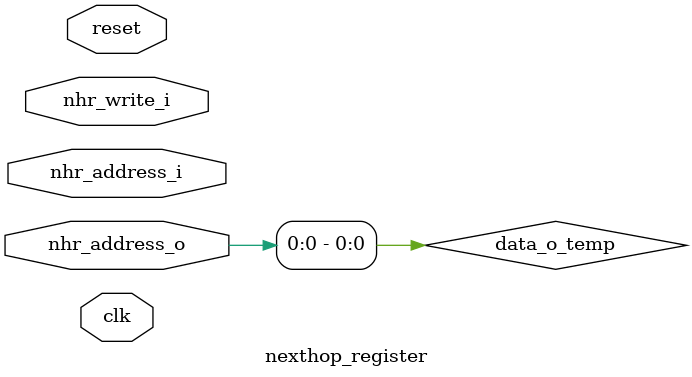
<source format=sv>

`include "eff.sv"

module nexthop_register (

input clk, 
input reset,
input nhr_address_i,
input nhr_write_i,  
input nhr_address_o
	
	);
	
logic [2:0] data_o_temp; 


enable_eff #(.DATA_WIDTH(3)) ff (
	
	.clk(clk),
	.reset(reset),
	.write_enable_i(nhr_write_i),
	.data_o(data_o_temp),
	.data_i(nhr_address_i)
	);

assign nhr_address_o = data_o_temp;  

endmodule
</source>
